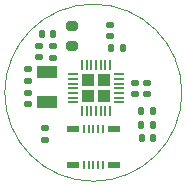
<source format=gbr>
%TF.GenerationSoftware,KiCad,Pcbnew,9.0.0*%
%TF.CreationDate,2025-03-13T16:48:28-04:00*%
%TF.ProjectId,IngestibleCapsule-Board_larger_vias,496e6765-7374-4696-926c-654361707375,rev?*%
%TF.SameCoordinates,Original*%
%TF.FileFunction,Paste,Top*%
%TF.FilePolarity,Positive*%
%FSLAX46Y46*%
G04 Gerber Fmt 4.6, Leading zero omitted, Abs format (unit mm)*
G04 Created by KiCad (PCBNEW 9.0.0) date 2025-03-13 16:48:28*
%MOMM*%
%LPD*%
G01*
G04 APERTURE LIST*
G04 Aperture macros list*
%AMRoundRect*
0 Rectangle with rounded corners*
0 $1 Rounding radius*
0 $2 $3 $4 $5 $6 $7 $8 $9 X,Y pos of 4 corners*
0 Add a 4 corners polygon primitive as box body*
4,1,4,$2,$3,$4,$5,$6,$7,$8,$9,$2,$3,0*
0 Add four circle primitives for the rounded corners*
1,1,$1+$1,$2,$3*
1,1,$1+$1,$4,$5*
1,1,$1+$1,$6,$7*
1,1,$1+$1,$8,$9*
0 Add four rect primitives between the rounded corners*
20,1,$1+$1,$2,$3,$4,$5,0*
20,1,$1+$1,$4,$5,$6,$7,0*
20,1,$1+$1,$6,$7,$8,$9,0*
20,1,$1+$1,$8,$9,$2,$3,0*%
G04 Aperture macros list end*
%ADD10R,1.800000X1.000000*%
%ADD11RoundRect,0.140000X-0.170000X0.140000X-0.170000X-0.140000X0.170000X-0.140000X0.170000X0.140000X0*%
%ADD12RoundRect,0.140000X0.170000X-0.140000X0.170000X0.140000X-0.170000X0.140000X-0.170000X-0.140000X0*%
%ADD13RoundRect,0.135000X0.185000X-0.135000X0.185000X0.135000X-0.185000X0.135000X-0.185000X-0.135000X0*%
%ADD14RoundRect,0.140000X-0.140000X-0.170000X0.140000X-0.170000X0.140000X0.170000X-0.140000X0.170000X0*%
%ADD15RoundRect,0.200000X0.275000X-0.200000X0.275000X0.200000X-0.275000X0.200000X-0.275000X-0.200000X0*%
%ADD16RoundRect,0.147500X-0.147500X-0.172500X0.147500X-0.172500X0.147500X0.172500X-0.147500X0.172500X0*%
%ADD17RoundRect,0.140000X0.140000X0.170000X-0.140000X0.170000X-0.140000X-0.170000X0.140000X-0.170000X0*%
%ADD18RoundRect,0.250000X-0.295000X-0.295000X0.295000X-0.295000X0.295000X0.295000X-0.295000X0.295000X0*%
%ADD19RoundRect,0.050000X-0.362500X-0.050000X0.362500X-0.050000X0.362500X0.050000X-0.362500X0.050000X0*%
%ADD20RoundRect,0.050000X-0.050000X-0.362500X0.050000X-0.362500X0.050000X0.362500X-0.050000X0.362500X0*%
%ADD21R,0.220000X0.700000*%
%ADD22R,1.000000X0.500000*%
%ADD23RoundRect,0.135000X0.135000X0.185000X-0.135000X0.185000X-0.135000X-0.185000X0.135000X-0.185000X0*%
%TA.AperFunction,Profile*%
%ADD24C,0.050000*%
%TD*%
G04 APERTURE END LIST*
D10*
%TO.C,Y3*%
X96100000Y-115750000D03*
X96100000Y-113250000D03*
%TD*%
D11*
%TO.C,C16*%
X94500000Y-113020000D03*
X94500000Y-113980000D03*
%TD*%
D12*
%TO.C,C15*%
X94500000Y-115980000D03*
X94500000Y-115020000D03*
%TD*%
D13*
%TO.C,R12*%
X96550000Y-112070000D03*
X96550000Y-111050000D03*
%TD*%
D14*
%TO.C,C21*%
X104070000Y-116550000D03*
X105030000Y-116550000D03*
%TD*%
D15*
%TO.C,R11*%
X98200000Y-111025000D03*
X98200000Y-109375000D03*
%TD*%
D16*
%TO.C,L1*%
X101530000Y-111250000D03*
X102500000Y-111250000D03*
%TD*%
D17*
%TO.C,C22*%
X96580000Y-110000000D03*
X95620000Y-110000000D03*
%TD*%
D14*
%TO.C,C17*%
X104090000Y-118800000D03*
X105050000Y-118800000D03*
%TD*%
D18*
%TO.C,U5*%
X99550000Y-113950000D03*
X99550000Y-115300000D03*
X100900000Y-113950000D03*
X100900000Y-115300000D03*
D19*
X98262500Y-113425000D03*
X98262500Y-113825000D03*
X98262500Y-114225000D03*
X98262500Y-114625000D03*
X98262500Y-115025000D03*
X98262500Y-115425000D03*
X98262500Y-115825000D03*
D20*
X99025000Y-116587500D03*
X99425000Y-116587500D03*
X99825000Y-116587500D03*
X100225000Y-116587500D03*
X100625000Y-116587500D03*
X101025000Y-116587500D03*
X101425000Y-116587500D03*
D19*
X102187500Y-115825000D03*
X102187500Y-115425000D03*
X102187500Y-115025000D03*
X102187500Y-114625000D03*
X102187500Y-114225000D03*
X102187500Y-113825000D03*
X102187500Y-113425000D03*
D20*
X101425000Y-112662500D03*
X101025000Y-112662500D03*
X100625000Y-112662500D03*
X100225000Y-112662500D03*
X99825000Y-112662500D03*
X99425000Y-112662500D03*
X99025000Y-112662500D03*
%TD*%
D21*
%TO.C,J4*%
X100800001Y-118050001D03*
X100399999Y-118050001D03*
X100000000Y-118050001D03*
X99600001Y-118050001D03*
X99199999Y-118050001D03*
X100800001Y-121149999D03*
X100399999Y-121149999D03*
X100000000Y-121149999D03*
X99600001Y-121149999D03*
X99199999Y-121149999D03*
D22*
X101749996Y-118100000D03*
X98250004Y-118100000D03*
X101749996Y-121100000D03*
X98250004Y-121100000D03*
%TD*%
D12*
%TO.C,C20*%
X101425000Y-110205000D03*
X101425000Y-109245000D03*
%TD*%
D23*
%TO.C,R10*%
X105090000Y-117700000D03*
X104070000Y-117700000D03*
%TD*%
D11*
%TO.C,C19*%
X104550000Y-114145000D03*
X104550000Y-115105000D03*
%TD*%
%TO.C,C18*%
X103500000Y-114140000D03*
X103500000Y-115100000D03*
%TD*%
D13*
%TO.C,R9*%
X95950000Y-119010000D03*
X95950000Y-117990000D03*
%TD*%
D12*
%TO.C,C23*%
X95400000Y-112010000D03*
X95400000Y-111050000D03*
%TD*%
D24*
X107500000Y-115000000D02*
G75*
G02*
X92500000Y-115000000I-7500000J0D01*
G01*
X92500000Y-115000000D02*
G75*
G02*
X107500000Y-115000000I7500000J0D01*
G01*
M02*

</source>
